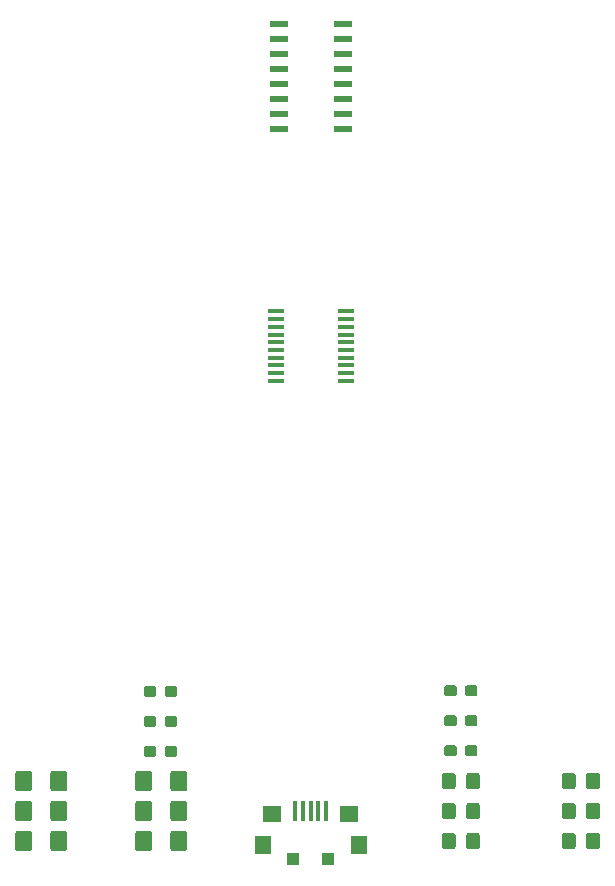
<source format=gtp>
G04 #@! TF.GenerationSoftware,KiCad,Pcbnew,(5.1.0)-1*
G04 #@! TF.CreationDate,2020-08-15T17:28:16-05:00*
G04 #@! TF.ProjectId,AltbierProto,416c7462-6965-4725-9072-6f746f2e6b69,rev?*
G04 #@! TF.SameCoordinates,Original*
G04 #@! TF.FileFunction,Paste,Top*
G04 #@! TF.FilePolarity,Positive*
%FSLAX46Y46*%
G04 Gerber Fmt 4.6, Leading zero omitted, Abs format (unit mm)*
G04 Created by KiCad (PCBNEW (5.1.0)-1) date 2020-08-15 17:28:16*
%MOMM*%
%LPD*%
G04 APERTURE LIST*
%ADD10C,0.100000*%
%ADD11C,1.425000*%
%ADD12C,1.150000*%
%ADD13C,0.950000*%
%ADD14R,1.500000X0.600000*%
%ADD15R,1.450000X0.400000*%
%ADD16R,1.500000X1.400000*%
%ADD17R,0.400000X1.800000*%
%ADD18R,1.350000X1.500000*%
%ADD19R,1.100000X1.000000*%
G04 APERTURE END LIST*
D10*
G36*
X130444504Y-123026204D02*
G01*
X130468773Y-123029804D01*
X130492571Y-123035765D01*
X130515671Y-123044030D01*
X130537849Y-123054520D01*
X130558893Y-123067133D01*
X130578598Y-123081747D01*
X130596777Y-123098223D01*
X130613253Y-123116402D01*
X130627867Y-123136107D01*
X130640480Y-123157151D01*
X130650970Y-123179329D01*
X130659235Y-123202429D01*
X130665196Y-123226227D01*
X130668796Y-123250496D01*
X130670000Y-123275000D01*
X130670000Y-124525000D01*
X130668796Y-124549504D01*
X130665196Y-124573773D01*
X130659235Y-124597571D01*
X130650970Y-124620671D01*
X130640480Y-124642849D01*
X130627867Y-124663893D01*
X130613253Y-124683598D01*
X130596777Y-124701777D01*
X130578598Y-124718253D01*
X130558893Y-124732867D01*
X130537849Y-124745480D01*
X130515671Y-124755970D01*
X130492571Y-124764235D01*
X130468773Y-124770196D01*
X130444504Y-124773796D01*
X130420000Y-124775000D01*
X129495000Y-124775000D01*
X129470496Y-124773796D01*
X129446227Y-124770196D01*
X129422429Y-124764235D01*
X129399329Y-124755970D01*
X129377151Y-124745480D01*
X129356107Y-124732867D01*
X129336402Y-124718253D01*
X129318223Y-124701777D01*
X129301747Y-124683598D01*
X129287133Y-124663893D01*
X129274520Y-124642849D01*
X129264030Y-124620671D01*
X129255765Y-124597571D01*
X129249804Y-124573773D01*
X129246204Y-124549504D01*
X129245000Y-124525000D01*
X129245000Y-123275000D01*
X129246204Y-123250496D01*
X129249804Y-123226227D01*
X129255765Y-123202429D01*
X129264030Y-123179329D01*
X129274520Y-123157151D01*
X129287133Y-123136107D01*
X129301747Y-123116402D01*
X129318223Y-123098223D01*
X129336402Y-123081747D01*
X129356107Y-123067133D01*
X129377151Y-123054520D01*
X129399329Y-123044030D01*
X129422429Y-123035765D01*
X129446227Y-123029804D01*
X129470496Y-123026204D01*
X129495000Y-123025000D01*
X130420000Y-123025000D01*
X130444504Y-123026204D01*
X130444504Y-123026204D01*
G37*
D11*
X129957500Y-123900000D03*
D10*
G36*
X127469504Y-123026204D02*
G01*
X127493773Y-123029804D01*
X127517571Y-123035765D01*
X127540671Y-123044030D01*
X127562849Y-123054520D01*
X127583893Y-123067133D01*
X127603598Y-123081747D01*
X127621777Y-123098223D01*
X127638253Y-123116402D01*
X127652867Y-123136107D01*
X127665480Y-123157151D01*
X127675970Y-123179329D01*
X127684235Y-123202429D01*
X127690196Y-123226227D01*
X127693796Y-123250496D01*
X127695000Y-123275000D01*
X127695000Y-124525000D01*
X127693796Y-124549504D01*
X127690196Y-124573773D01*
X127684235Y-124597571D01*
X127675970Y-124620671D01*
X127665480Y-124642849D01*
X127652867Y-124663893D01*
X127638253Y-124683598D01*
X127621777Y-124701777D01*
X127603598Y-124718253D01*
X127583893Y-124732867D01*
X127562849Y-124745480D01*
X127540671Y-124755970D01*
X127517571Y-124764235D01*
X127493773Y-124770196D01*
X127469504Y-124773796D01*
X127445000Y-124775000D01*
X126520000Y-124775000D01*
X126495496Y-124773796D01*
X126471227Y-124770196D01*
X126447429Y-124764235D01*
X126424329Y-124755970D01*
X126402151Y-124745480D01*
X126381107Y-124732867D01*
X126361402Y-124718253D01*
X126343223Y-124701777D01*
X126326747Y-124683598D01*
X126312133Y-124663893D01*
X126299520Y-124642849D01*
X126289030Y-124620671D01*
X126280765Y-124597571D01*
X126274804Y-124573773D01*
X126271204Y-124549504D01*
X126270000Y-124525000D01*
X126270000Y-123275000D01*
X126271204Y-123250496D01*
X126274804Y-123226227D01*
X126280765Y-123202429D01*
X126289030Y-123179329D01*
X126299520Y-123157151D01*
X126312133Y-123136107D01*
X126326747Y-123116402D01*
X126343223Y-123098223D01*
X126361402Y-123081747D01*
X126381107Y-123067133D01*
X126402151Y-123054520D01*
X126424329Y-123044030D01*
X126447429Y-123035765D01*
X126471227Y-123029804D01*
X126495496Y-123026204D01*
X126520000Y-123025000D01*
X127445000Y-123025000D01*
X127469504Y-123026204D01*
X127469504Y-123026204D01*
G37*
D11*
X126982500Y-123900000D03*
D10*
G36*
X130444504Y-125556204D02*
G01*
X130468773Y-125559804D01*
X130492571Y-125565765D01*
X130515671Y-125574030D01*
X130537849Y-125584520D01*
X130558893Y-125597133D01*
X130578598Y-125611747D01*
X130596777Y-125628223D01*
X130613253Y-125646402D01*
X130627867Y-125666107D01*
X130640480Y-125687151D01*
X130650970Y-125709329D01*
X130659235Y-125732429D01*
X130665196Y-125756227D01*
X130668796Y-125780496D01*
X130670000Y-125805000D01*
X130670000Y-127055000D01*
X130668796Y-127079504D01*
X130665196Y-127103773D01*
X130659235Y-127127571D01*
X130650970Y-127150671D01*
X130640480Y-127172849D01*
X130627867Y-127193893D01*
X130613253Y-127213598D01*
X130596777Y-127231777D01*
X130578598Y-127248253D01*
X130558893Y-127262867D01*
X130537849Y-127275480D01*
X130515671Y-127285970D01*
X130492571Y-127294235D01*
X130468773Y-127300196D01*
X130444504Y-127303796D01*
X130420000Y-127305000D01*
X129495000Y-127305000D01*
X129470496Y-127303796D01*
X129446227Y-127300196D01*
X129422429Y-127294235D01*
X129399329Y-127285970D01*
X129377151Y-127275480D01*
X129356107Y-127262867D01*
X129336402Y-127248253D01*
X129318223Y-127231777D01*
X129301747Y-127213598D01*
X129287133Y-127193893D01*
X129274520Y-127172849D01*
X129264030Y-127150671D01*
X129255765Y-127127571D01*
X129249804Y-127103773D01*
X129246204Y-127079504D01*
X129245000Y-127055000D01*
X129245000Y-125805000D01*
X129246204Y-125780496D01*
X129249804Y-125756227D01*
X129255765Y-125732429D01*
X129264030Y-125709329D01*
X129274520Y-125687151D01*
X129287133Y-125666107D01*
X129301747Y-125646402D01*
X129318223Y-125628223D01*
X129336402Y-125611747D01*
X129356107Y-125597133D01*
X129377151Y-125584520D01*
X129399329Y-125574030D01*
X129422429Y-125565765D01*
X129446227Y-125559804D01*
X129470496Y-125556204D01*
X129495000Y-125555000D01*
X130420000Y-125555000D01*
X130444504Y-125556204D01*
X130444504Y-125556204D01*
G37*
D11*
X129957500Y-126430000D03*
D10*
G36*
X127469504Y-125556204D02*
G01*
X127493773Y-125559804D01*
X127517571Y-125565765D01*
X127540671Y-125574030D01*
X127562849Y-125584520D01*
X127583893Y-125597133D01*
X127603598Y-125611747D01*
X127621777Y-125628223D01*
X127638253Y-125646402D01*
X127652867Y-125666107D01*
X127665480Y-125687151D01*
X127675970Y-125709329D01*
X127684235Y-125732429D01*
X127690196Y-125756227D01*
X127693796Y-125780496D01*
X127695000Y-125805000D01*
X127695000Y-127055000D01*
X127693796Y-127079504D01*
X127690196Y-127103773D01*
X127684235Y-127127571D01*
X127675970Y-127150671D01*
X127665480Y-127172849D01*
X127652867Y-127193893D01*
X127638253Y-127213598D01*
X127621777Y-127231777D01*
X127603598Y-127248253D01*
X127583893Y-127262867D01*
X127562849Y-127275480D01*
X127540671Y-127285970D01*
X127517571Y-127294235D01*
X127493773Y-127300196D01*
X127469504Y-127303796D01*
X127445000Y-127305000D01*
X126520000Y-127305000D01*
X126495496Y-127303796D01*
X126471227Y-127300196D01*
X126447429Y-127294235D01*
X126424329Y-127285970D01*
X126402151Y-127275480D01*
X126381107Y-127262867D01*
X126361402Y-127248253D01*
X126343223Y-127231777D01*
X126326747Y-127213598D01*
X126312133Y-127193893D01*
X126299520Y-127172849D01*
X126289030Y-127150671D01*
X126280765Y-127127571D01*
X126274804Y-127103773D01*
X126271204Y-127079504D01*
X126270000Y-127055000D01*
X126270000Y-125805000D01*
X126271204Y-125780496D01*
X126274804Y-125756227D01*
X126280765Y-125732429D01*
X126289030Y-125709329D01*
X126299520Y-125687151D01*
X126312133Y-125666107D01*
X126326747Y-125646402D01*
X126343223Y-125628223D01*
X126361402Y-125611747D01*
X126381107Y-125597133D01*
X126402151Y-125584520D01*
X126424329Y-125574030D01*
X126447429Y-125565765D01*
X126471227Y-125559804D01*
X126495496Y-125556204D01*
X126520000Y-125555000D01*
X127445000Y-125555000D01*
X127469504Y-125556204D01*
X127469504Y-125556204D01*
G37*
D11*
X126982500Y-126430000D03*
D10*
G36*
X130444504Y-128096204D02*
G01*
X130468773Y-128099804D01*
X130492571Y-128105765D01*
X130515671Y-128114030D01*
X130537849Y-128124520D01*
X130558893Y-128137133D01*
X130578598Y-128151747D01*
X130596777Y-128168223D01*
X130613253Y-128186402D01*
X130627867Y-128206107D01*
X130640480Y-128227151D01*
X130650970Y-128249329D01*
X130659235Y-128272429D01*
X130665196Y-128296227D01*
X130668796Y-128320496D01*
X130670000Y-128345000D01*
X130670000Y-129595000D01*
X130668796Y-129619504D01*
X130665196Y-129643773D01*
X130659235Y-129667571D01*
X130650970Y-129690671D01*
X130640480Y-129712849D01*
X130627867Y-129733893D01*
X130613253Y-129753598D01*
X130596777Y-129771777D01*
X130578598Y-129788253D01*
X130558893Y-129802867D01*
X130537849Y-129815480D01*
X130515671Y-129825970D01*
X130492571Y-129834235D01*
X130468773Y-129840196D01*
X130444504Y-129843796D01*
X130420000Y-129845000D01*
X129495000Y-129845000D01*
X129470496Y-129843796D01*
X129446227Y-129840196D01*
X129422429Y-129834235D01*
X129399329Y-129825970D01*
X129377151Y-129815480D01*
X129356107Y-129802867D01*
X129336402Y-129788253D01*
X129318223Y-129771777D01*
X129301747Y-129753598D01*
X129287133Y-129733893D01*
X129274520Y-129712849D01*
X129264030Y-129690671D01*
X129255765Y-129667571D01*
X129249804Y-129643773D01*
X129246204Y-129619504D01*
X129245000Y-129595000D01*
X129245000Y-128345000D01*
X129246204Y-128320496D01*
X129249804Y-128296227D01*
X129255765Y-128272429D01*
X129264030Y-128249329D01*
X129274520Y-128227151D01*
X129287133Y-128206107D01*
X129301747Y-128186402D01*
X129318223Y-128168223D01*
X129336402Y-128151747D01*
X129356107Y-128137133D01*
X129377151Y-128124520D01*
X129399329Y-128114030D01*
X129422429Y-128105765D01*
X129446227Y-128099804D01*
X129470496Y-128096204D01*
X129495000Y-128095000D01*
X130420000Y-128095000D01*
X130444504Y-128096204D01*
X130444504Y-128096204D01*
G37*
D11*
X129957500Y-128970000D03*
D10*
G36*
X127469504Y-128096204D02*
G01*
X127493773Y-128099804D01*
X127517571Y-128105765D01*
X127540671Y-128114030D01*
X127562849Y-128124520D01*
X127583893Y-128137133D01*
X127603598Y-128151747D01*
X127621777Y-128168223D01*
X127638253Y-128186402D01*
X127652867Y-128206107D01*
X127665480Y-128227151D01*
X127675970Y-128249329D01*
X127684235Y-128272429D01*
X127690196Y-128296227D01*
X127693796Y-128320496D01*
X127695000Y-128345000D01*
X127695000Y-129595000D01*
X127693796Y-129619504D01*
X127690196Y-129643773D01*
X127684235Y-129667571D01*
X127675970Y-129690671D01*
X127665480Y-129712849D01*
X127652867Y-129733893D01*
X127638253Y-129753598D01*
X127621777Y-129771777D01*
X127603598Y-129788253D01*
X127583893Y-129802867D01*
X127562849Y-129815480D01*
X127540671Y-129825970D01*
X127517571Y-129834235D01*
X127493773Y-129840196D01*
X127469504Y-129843796D01*
X127445000Y-129845000D01*
X126520000Y-129845000D01*
X126495496Y-129843796D01*
X126471227Y-129840196D01*
X126447429Y-129834235D01*
X126424329Y-129825970D01*
X126402151Y-129815480D01*
X126381107Y-129802867D01*
X126361402Y-129788253D01*
X126343223Y-129771777D01*
X126326747Y-129753598D01*
X126312133Y-129733893D01*
X126299520Y-129712849D01*
X126289030Y-129690671D01*
X126280765Y-129667571D01*
X126274804Y-129643773D01*
X126271204Y-129619504D01*
X126270000Y-129595000D01*
X126270000Y-128345000D01*
X126271204Y-128320496D01*
X126274804Y-128296227D01*
X126280765Y-128272429D01*
X126289030Y-128249329D01*
X126299520Y-128227151D01*
X126312133Y-128206107D01*
X126326747Y-128186402D01*
X126343223Y-128168223D01*
X126361402Y-128151747D01*
X126381107Y-128137133D01*
X126402151Y-128124520D01*
X126424329Y-128114030D01*
X126447429Y-128105765D01*
X126471227Y-128099804D01*
X126495496Y-128096204D01*
X126520000Y-128095000D01*
X127445000Y-128095000D01*
X127469504Y-128096204D01*
X127469504Y-128096204D01*
G37*
D11*
X126982500Y-128970000D03*
D10*
G36*
X120284504Y-128096204D02*
G01*
X120308773Y-128099804D01*
X120332571Y-128105765D01*
X120355671Y-128114030D01*
X120377849Y-128124520D01*
X120398893Y-128137133D01*
X120418598Y-128151747D01*
X120436777Y-128168223D01*
X120453253Y-128186402D01*
X120467867Y-128206107D01*
X120480480Y-128227151D01*
X120490970Y-128249329D01*
X120499235Y-128272429D01*
X120505196Y-128296227D01*
X120508796Y-128320496D01*
X120510000Y-128345000D01*
X120510000Y-129595000D01*
X120508796Y-129619504D01*
X120505196Y-129643773D01*
X120499235Y-129667571D01*
X120490970Y-129690671D01*
X120480480Y-129712849D01*
X120467867Y-129733893D01*
X120453253Y-129753598D01*
X120436777Y-129771777D01*
X120418598Y-129788253D01*
X120398893Y-129802867D01*
X120377849Y-129815480D01*
X120355671Y-129825970D01*
X120332571Y-129834235D01*
X120308773Y-129840196D01*
X120284504Y-129843796D01*
X120260000Y-129845000D01*
X119335000Y-129845000D01*
X119310496Y-129843796D01*
X119286227Y-129840196D01*
X119262429Y-129834235D01*
X119239329Y-129825970D01*
X119217151Y-129815480D01*
X119196107Y-129802867D01*
X119176402Y-129788253D01*
X119158223Y-129771777D01*
X119141747Y-129753598D01*
X119127133Y-129733893D01*
X119114520Y-129712849D01*
X119104030Y-129690671D01*
X119095765Y-129667571D01*
X119089804Y-129643773D01*
X119086204Y-129619504D01*
X119085000Y-129595000D01*
X119085000Y-128345000D01*
X119086204Y-128320496D01*
X119089804Y-128296227D01*
X119095765Y-128272429D01*
X119104030Y-128249329D01*
X119114520Y-128227151D01*
X119127133Y-128206107D01*
X119141747Y-128186402D01*
X119158223Y-128168223D01*
X119176402Y-128151747D01*
X119196107Y-128137133D01*
X119217151Y-128124520D01*
X119239329Y-128114030D01*
X119262429Y-128105765D01*
X119286227Y-128099804D01*
X119310496Y-128096204D01*
X119335000Y-128095000D01*
X120260000Y-128095000D01*
X120284504Y-128096204D01*
X120284504Y-128096204D01*
G37*
D11*
X119797500Y-128970000D03*
D10*
G36*
X117309504Y-128096204D02*
G01*
X117333773Y-128099804D01*
X117357571Y-128105765D01*
X117380671Y-128114030D01*
X117402849Y-128124520D01*
X117423893Y-128137133D01*
X117443598Y-128151747D01*
X117461777Y-128168223D01*
X117478253Y-128186402D01*
X117492867Y-128206107D01*
X117505480Y-128227151D01*
X117515970Y-128249329D01*
X117524235Y-128272429D01*
X117530196Y-128296227D01*
X117533796Y-128320496D01*
X117535000Y-128345000D01*
X117535000Y-129595000D01*
X117533796Y-129619504D01*
X117530196Y-129643773D01*
X117524235Y-129667571D01*
X117515970Y-129690671D01*
X117505480Y-129712849D01*
X117492867Y-129733893D01*
X117478253Y-129753598D01*
X117461777Y-129771777D01*
X117443598Y-129788253D01*
X117423893Y-129802867D01*
X117402849Y-129815480D01*
X117380671Y-129825970D01*
X117357571Y-129834235D01*
X117333773Y-129840196D01*
X117309504Y-129843796D01*
X117285000Y-129845000D01*
X116360000Y-129845000D01*
X116335496Y-129843796D01*
X116311227Y-129840196D01*
X116287429Y-129834235D01*
X116264329Y-129825970D01*
X116242151Y-129815480D01*
X116221107Y-129802867D01*
X116201402Y-129788253D01*
X116183223Y-129771777D01*
X116166747Y-129753598D01*
X116152133Y-129733893D01*
X116139520Y-129712849D01*
X116129030Y-129690671D01*
X116120765Y-129667571D01*
X116114804Y-129643773D01*
X116111204Y-129619504D01*
X116110000Y-129595000D01*
X116110000Y-128345000D01*
X116111204Y-128320496D01*
X116114804Y-128296227D01*
X116120765Y-128272429D01*
X116129030Y-128249329D01*
X116139520Y-128227151D01*
X116152133Y-128206107D01*
X116166747Y-128186402D01*
X116183223Y-128168223D01*
X116201402Y-128151747D01*
X116221107Y-128137133D01*
X116242151Y-128124520D01*
X116264329Y-128114030D01*
X116287429Y-128105765D01*
X116311227Y-128099804D01*
X116335496Y-128096204D01*
X116360000Y-128095000D01*
X117285000Y-128095000D01*
X117309504Y-128096204D01*
X117309504Y-128096204D01*
G37*
D11*
X116822500Y-128970000D03*
D10*
G36*
X120284504Y-125556204D02*
G01*
X120308773Y-125559804D01*
X120332571Y-125565765D01*
X120355671Y-125574030D01*
X120377849Y-125584520D01*
X120398893Y-125597133D01*
X120418598Y-125611747D01*
X120436777Y-125628223D01*
X120453253Y-125646402D01*
X120467867Y-125666107D01*
X120480480Y-125687151D01*
X120490970Y-125709329D01*
X120499235Y-125732429D01*
X120505196Y-125756227D01*
X120508796Y-125780496D01*
X120510000Y-125805000D01*
X120510000Y-127055000D01*
X120508796Y-127079504D01*
X120505196Y-127103773D01*
X120499235Y-127127571D01*
X120490970Y-127150671D01*
X120480480Y-127172849D01*
X120467867Y-127193893D01*
X120453253Y-127213598D01*
X120436777Y-127231777D01*
X120418598Y-127248253D01*
X120398893Y-127262867D01*
X120377849Y-127275480D01*
X120355671Y-127285970D01*
X120332571Y-127294235D01*
X120308773Y-127300196D01*
X120284504Y-127303796D01*
X120260000Y-127305000D01*
X119335000Y-127305000D01*
X119310496Y-127303796D01*
X119286227Y-127300196D01*
X119262429Y-127294235D01*
X119239329Y-127285970D01*
X119217151Y-127275480D01*
X119196107Y-127262867D01*
X119176402Y-127248253D01*
X119158223Y-127231777D01*
X119141747Y-127213598D01*
X119127133Y-127193893D01*
X119114520Y-127172849D01*
X119104030Y-127150671D01*
X119095765Y-127127571D01*
X119089804Y-127103773D01*
X119086204Y-127079504D01*
X119085000Y-127055000D01*
X119085000Y-125805000D01*
X119086204Y-125780496D01*
X119089804Y-125756227D01*
X119095765Y-125732429D01*
X119104030Y-125709329D01*
X119114520Y-125687151D01*
X119127133Y-125666107D01*
X119141747Y-125646402D01*
X119158223Y-125628223D01*
X119176402Y-125611747D01*
X119196107Y-125597133D01*
X119217151Y-125584520D01*
X119239329Y-125574030D01*
X119262429Y-125565765D01*
X119286227Y-125559804D01*
X119310496Y-125556204D01*
X119335000Y-125555000D01*
X120260000Y-125555000D01*
X120284504Y-125556204D01*
X120284504Y-125556204D01*
G37*
D11*
X119797500Y-126430000D03*
D10*
G36*
X117309504Y-125556204D02*
G01*
X117333773Y-125559804D01*
X117357571Y-125565765D01*
X117380671Y-125574030D01*
X117402849Y-125584520D01*
X117423893Y-125597133D01*
X117443598Y-125611747D01*
X117461777Y-125628223D01*
X117478253Y-125646402D01*
X117492867Y-125666107D01*
X117505480Y-125687151D01*
X117515970Y-125709329D01*
X117524235Y-125732429D01*
X117530196Y-125756227D01*
X117533796Y-125780496D01*
X117535000Y-125805000D01*
X117535000Y-127055000D01*
X117533796Y-127079504D01*
X117530196Y-127103773D01*
X117524235Y-127127571D01*
X117515970Y-127150671D01*
X117505480Y-127172849D01*
X117492867Y-127193893D01*
X117478253Y-127213598D01*
X117461777Y-127231777D01*
X117443598Y-127248253D01*
X117423893Y-127262867D01*
X117402849Y-127275480D01*
X117380671Y-127285970D01*
X117357571Y-127294235D01*
X117333773Y-127300196D01*
X117309504Y-127303796D01*
X117285000Y-127305000D01*
X116360000Y-127305000D01*
X116335496Y-127303796D01*
X116311227Y-127300196D01*
X116287429Y-127294235D01*
X116264329Y-127285970D01*
X116242151Y-127275480D01*
X116221107Y-127262867D01*
X116201402Y-127248253D01*
X116183223Y-127231777D01*
X116166747Y-127213598D01*
X116152133Y-127193893D01*
X116139520Y-127172849D01*
X116129030Y-127150671D01*
X116120765Y-127127571D01*
X116114804Y-127103773D01*
X116111204Y-127079504D01*
X116110000Y-127055000D01*
X116110000Y-125805000D01*
X116111204Y-125780496D01*
X116114804Y-125756227D01*
X116120765Y-125732429D01*
X116129030Y-125709329D01*
X116139520Y-125687151D01*
X116152133Y-125666107D01*
X116166747Y-125646402D01*
X116183223Y-125628223D01*
X116201402Y-125611747D01*
X116221107Y-125597133D01*
X116242151Y-125584520D01*
X116264329Y-125574030D01*
X116287429Y-125565765D01*
X116311227Y-125559804D01*
X116335496Y-125556204D01*
X116360000Y-125555000D01*
X117285000Y-125555000D01*
X117309504Y-125556204D01*
X117309504Y-125556204D01*
G37*
D11*
X116822500Y-126430000D03*
D10*
G36*
X120284504Y-123026204D02*
G01*
X120308773Y-123029804D01*
X120332571Y-123035765D01*
X120355671Y-123044030D01*
X120377849Y-123054520D01*
X120398893Y-123067133D01*
X120418598Y-123081747D01*
X120436777Y-123098223D01*
X120453253Y-123116402D01*
X120467867Y-123136107D01*
X120480480Y-123157151D01*
X120490970Y-123179329D01*
X120499235Y-123202429D01*
X120505196Y-123226227D01*
X120508796Y-123250496D01*
X120510000Y-123275000D01*
X120510000Y-124525000D01*
X120508796Y-124549504D01*
X120505196Y-124573773D01*
X120499235Y-124597571D01*
X120490970Y-124620671D01*
X120480480Y-124642849D01*
X120467867Y-124663893D01*
X120453253Y-124683598D01*
X120436777Y-124701777D01*
X120418598Y-124718253D01*
X120398893Y-124732867D01*
X120377849Y-124745480D01*
X120355671Y-124755970D01*
X120332571Y-124764235D01*
X120308773Y-124770196D01*
X120284504Y-124773796D01*
X120260000Y-124775000D01*
X119335000Y-124775000D01*
X119310496Y-124773796D01*
X119286227Y-124770196D01*
X119262429Y-124764235D01*
X119239329Y-124755970D01*
X119217151Y-124745480D01*
X119196107Y-124732867D01*
X119176402Y-124718253D01*
X119158223Y-124701777D01*
X119141747Y-124683598D01*
X119127133Y-124663893D01*
X119114520Y-124642849D01*
X119104030Y-124620671D01*
X119095765Y-124597571D01*
X119089804Y-124573773D01*
X119086204Y-124549504D01*
X119085000Y-124525000D01*
X119085000Y-123275000D01*
X119086204Y-123250496D01*
X119089804Y-123226227D01*
X119095765Y-123202429D01*
X119104030Y-123179329D01*
X119114520Y-123157151D01*
X119127133Y-123136107D01*
X119141747Y-123116402D01*
X119158223Y-123098223D01*
X119176402Y-123081747D01*
X119196107Y-123067133D01*
X119217151Y-123054520D01*
X119239329Y-123044030D01*
X119262429Y-123035765D01*
X119286227Y-123029804D01*
X119310496Y-123026204D01*
X119335000Y-123025000D01*
X120260000Y-123025000D01*
X120284504Y-123026204D01*
X120284504Y-123026204D01*
G37*
D11*
X119797500Y-123900000D03*
D10*
G36*
X117309504Y-123026204D02*
G01*
X117333773Y-123029804D01*
X117357571Y-123035765D01*
X117380671Y-123044030D01*
X117402849Y-123054520D01*
X117423893Y-123067133D01*
X117443598Y-123081747D01*
X117461777Y-123098223D01*
X117478253Y-123116402D01*
X117492867Y-123136107D01*
X117505480Y-123157151D01*
X117515970Y-123179329D01*
X117524235Y-123202429D01*
X117530196Y-123226227D01*
X117533796Y-123250496D01*
X117535000Y-123275000D01*
X117535000Y-124525000D01*
X117533796Y-124549504D01*
X117530196Y-124573773D01*
X117524235Y-124597571D01*
X117515970Y-124620671D01*
X117505480Y-124642849D01*
X117492867Y-124663893D01*
X117478253Y-124683598D01*
X117461777Y-124701777D01*
X117443598Y-124718253D01*
X117423893Y-124732867D01*
X117402849Y-124745480D01*
X117380671Y-124755970D01*
X117357571Y-124764235D01*
X117333773Y-124770196D01*
X117309504Y-124773796D01*
X117285000Y-124775000D01*
X116360000Y-124775000D01*
X116335496Y-124773796D01*
X116311227Y-124770196D01*
X116287429Y-124764235D01*
X116264329Y-124755970D01*
X116242151Y-124745480D01*
X116221107Y-124732867D01*
X116201402Y-124718253D01*
X116183223Y-124701777D01*
X116166747Y-124683598D01*
X116152133Y-124663893D01*
X116139520Y-124642849D01*
X116129030Y-124620671D01*
X116120765Y-124597571D01*
X116114804Y-124573773D01*
X116111204Y-124549504D01*
X116110000Y-124525000D01*
X116110000Y-123275000D01*
X116111204Y-123250496D01*
X116114804Y-123226227D01*
X116120765Y-123202429D01*
X116129030Y-123179329D01*
X116139520Y-123157151D01*
X116152133Y-123136107D01*
X116166747Y-123116402D01*
X116183223Y-123098223D01*
X116201402Y-123081747D01*
X116221107Y-123067133D01*
X116242151Y-123054520D01*
X116264329Y-123044030D01*
X116287429Y-123035765D01*
X116311227Y-123029804D01*
X116335496Y-123026204D01*
X116360000Y-123025000D01*
X117285000Y-123025000D01*
X117309504Y-123026204D01*
X117309504Y-123026204D01*
G37*
D11*
X116822500Y-123900000D03*
D10*
G36*
X153164505Y-123191204D02*
G01*
X153188773Y-123194804D01*
X153212572Y-123200765D01*
X153235671Y-123209030D01*
X153257850Y-123219520D01*
X153278893Y-123232132D01*
X153298599Y-123246747D01*
X153316777Y-123263223D01*
X153333253Y-123281401D01*
X153347868Y-123301107D01*
X153360480Y-123322150D01*
X153370970Y-123344329D01*
X153379235Y-123367428D01*
X153385196Y-123391227D01*
X153388796Y-123415495D01*
X153390000Y-123439999D01*
X153390000Y-124340001D01*
X153388796Y-124364505D01*
X153385196Y-124388773D01*
X153379235Y-124412572D01*
X153370970Y-124435671D01*
X153360480Y-124457850D01*
X153347868Y-124478893D01*
X153333253Y-124498599D01*
X153316777Y-124516777D01*
X153298599Y-124533253D01*
X153278893Y-124547868D01*
X153257850Y-124560480D01*
X153235671Y-124570970D01*
X153212572Y-124579235D01*
X153188773Y-124585196D01*
X153164505Y-124588796D01*
X153140001Y-124590000D01*
X152489999Y-124590000D01*
X152465495Y-124588796D01*
X152441227Y-124585196D01*
X152417428Y-124579235D01*
X152394329Y-124570970D01*
X152372150Y-124560480D01*
X152351107Y-124547868D01*
X152331401Y-124533253D01*
X152313223Y-124516777D01*
X152296747Y-124498599D01*
X152282132Y-124478893D01*
X152269520Y-124457850D01*
X152259030Y-124435671D01*
X152250765Y-124412572D01*
X152244804Y-124388773D01*
X152241204Y-124364505D01*
X152240000Y-124340001D01*
X152240000Y-123439999D01*
X152241204Y-123415495D01*
X152244804Y-123391227D01*
X152250765Y-123367428D01*
X152259030Y-123344329D01*
X152269520Y-123322150D01*
X152282132Y-123301107D01*
X152296747Y-123281401D01*
X152313223Y-123263223D01*
X152331401Y-123246747D01*
X152351107Y-123232132D01*
X152372150Y-123219520D01*
X152394329Y-123209030D01*
X152417428Y-123200765D01*
X152441227Y-123194804D01*
X152465495Y-123191204D01*
X152489999Y-123190000D01*
X153140001Y-123190000D01*
X153164505Y-123191204D01*
X153164505Y-123191204D01*
G37*
D12*
X152815000Y-123890000D03*
D10*
G36*
X155214505Y-123191204D02*
G01*
X155238773Y-123194804D01*
X155262572Y-123200765D01*
X155285671Y-123209030D01*
X155307850Y-123219520D01*
X155328893Y-123232132D01*
X155348599Y-123246747D01*
X155366777Y-123263223D01*
X155383253Y-123281401D01*
X155397868Y-123301107D01*
X155410480Y-123322150D01*
X155420970Y-123344329D01*
X155429235Y-123367428D01*
X155435196Y-123391227D01*
X155438796Y-123415495D01*
X155440000Y-123439999D01*
X155440000Y-124340001D01*
X155438796Y-124364505D01*
X155435196Y-124388773D01*
X155429235Y-124412572D01*
X155420970Y-124435671D01*
X155410480Y-124457850D01*
X155397868Y-124478893D01*
X155383253Y-124498599D01*
X155366777Y-124516777D01*
X155348599Y-124533253D01*
X155328893Y-124547868D01*
X155307850Y-124560480D01*
X155285671Y-124570970D01*
X155262572Y-124579235D01*
X155238773Y-124585196D01*
X155214505Y-124588796D01*
X155190001Y-124590000D01*
X154539999Y-124590000D01*
X154515495Y-124588796D01*
X154491227Y-124585196D01*
X154467428Y-124579235D01*
X154444329Y-124570970D01*
X154422150Y-124560480D01*
X154401107Y-124547868D01*
X154381401Y-124533253D01*
X154363223Y-124516777D01*
X154346747Y-124498599D01*
X154332132Y-124478893D01*
X154319520Y-124457850D01*
X154309030Y-124435671D01*
X154300765Y-124412572D01*
X154294804Y-124388773D01*
X154291204Y-124364505D01*
X154290000Y-124340001D01*
X154290000Y-123439999D01*
X154291204Y-123415495D01*
X154294804Y-123391227D01*
X154300765Y-123367428D01*
X154309030Y-123344329D01*
X154319520Y-123322150D01*
X154332132Y-123301107D01*
X154346747Y-123281401D01*
X154363223Y-123263223D01*
X154381401Y-123246747D01*
X154401107Y-123232132D01*
X154422150Y-123219520D01*
X154444329Y-123209030D01*
X154467428Y-123200765D01*
X154491227Y-123194804D01*
X154515495Y-123191204D01*
X154539999Y-123190000D01*
X155190001Y-123190000D01*
X155214505Y-123191204D01*
X155214505Y-123191204D01*
G37*
D12*
X154865000Y-123890000D03*
D10*
G36*
X153164505Y-125731204D02*
G01*
X153188773Y-125734804D01*
X153212572Y-125740765D01*
X153235671Y-125749030D01*
X153257850Y-125759520D01*
X153278893Y-125772132D01*
X153298599Y-125786747D01*
X153316777Y-125803223D01*
X153333253Y-125821401D01*
X153347868Y-125841107D01*
X153360480Y-125862150D01*
X153370970Y-125884329D01*
X153379235Y-125907428D01*
X153385196Y-125931227D01*
X153388796Y-125955495D01*
X153390000Y-125979999D01*
X153390000Y-126880001D01*
X153388796Y-126904505D01*
X153385196Y-126928773D01*
X153379235Y-126952572D01*
X153370970Y-126975671D01*
X153360480Y-126997850D01*
X153347868Y-127018893D01*
X153333253Y-127038599D01*
X153316777Y-127056777D01*
X153298599Y-127073253D01*
X153278893Y-127087868D01*
X153257850Y-127100480D01*
X153235671Y-127110970D01*
X153212572Y-127119235D01*
X153188773Y-127125196D01*
X153164505Y-127128796D01*
X153140001Y-127130000D01*
X152489999Y-127130000D01*
X152465495Y-127128796D01*
X152441227Y-127125196D01*
X152417428Y-127119235D01*
X152394329Y-127110970D01*
X152372150Y-127100480D01*
X152351107Y-127087868D01*
X152331401Y-127073253D01*
X152313223Y-127056777D01*
X152296747Y-127038599D01*
X152282132Y-127018893D01*
X152269520Y-126997850D01*
X152259030Y-126975671D01*
X152250765Y-126952572D01*
X152244804Y-126928773D01*
X152241204Y-126904505D01*
X152240000Y-126880001D01*
X152240000Y-125979999D01*
X152241204Y-125955495D01*
X152244804Y-125931227D01*
X152250765Y-125907428D01*
X152259030Y-125884329D01*
X152269520Y-125862150D01*
X152282132Y-125841107D01*
X152296747Y-125821401D01*
X152313223Y-125803223D01*
X152331401Y-125786747D01*
X152351107Y-125772132D01*
X152372150Y-125759520D01*
X152394329Y-125749030D01*
X152417428Y-125740765D01*
X152441227Y-125734804D01*
X152465495Y-125731204D01*
X152489999Y-125730000D01*
X153140001Y-125730000D01*
X153164505Y-125731204D01*
X153164505Y-125731204D01*
G37*
D12*
X152815000Y-126430000D03*
D10*
G36*
X155214505Y-125731204D02*
G01*
X155238773Y-125734804D01*
X155262572Y-125740765D01*
X155285671Y-125749030D01*
X155307850Y-125759520D01*
X155328893Y-125772132D01*
X155348599Y-125786747D01*
X155366777Y-125803223D01*
X155383253Y-125821401D01*
X155397868Y-125841107D01*
X155410480Y-125862150D01*
X155420970Y-125884329D01*
X155429235Y-125907428D01*
X155435196Y-125931227D01*
X155438796Y-125955495D01*
X155440000Y-125979999D01*
X155440000Y-126880001D01*
X155438796Y-126904505D01*
X155435196Y-126928773D01*
X155429235Y-126952572D01*
X155420970Y-126975671D01*
X155410480Y-126997850D01*
X155397868Y-127018893D01*
X155383253Y-127038599D01*
X155366777Y-127056777D01*
X155348599Y-127073253D01*
X155328893Y-127087868D01*
X155307850Y-127100480D01*
X155285671Y-127110970D01*
X155262572Y-127119235D01*
X155238773Y-127125196D01*
X155214505Y-127128796D01*
X155190001Y-127130000D01*
X154539999Y-127130000D01*
X154515495Y-127128796D01*
X154491227Y-127125196D01*
X154467428Y-127119235D01*
X154444329Y-127110970D01*
X154422150Y-127100480D01*
X154401107Y-127087868D01*
X154381401Y-127073253D01*
X154363223Y-127056777D01*
X154346747Y-127038599D01*
X154332132Y-127018893D01*
X154319520Y-126997850D01*
X154309030Y-126975671D01*
X154300765Y-126952572D01*
X154294804Y-126928773D01*
X154291204Y-126904505D01*
X154290000Y-126880001D01*
X154290000Y-125979999D01*
X154291204Y-125955495D01*
X154294804Y-125931227D01*
X154300765Y-125907428D01*
X154309030Y-125884329D01*
X154319520Y-125862150D01*
X154332132Y-125841107D01*
X154346747Y-125821401D01*
X154363223Y-125803223D01*
X154381401Y-125786747D01*
X154401107Y-125772132D01*
X154422150Y-125759520D01*
X154444329Y-125749030D01*
X154467428Y-125740765D01*
X154491227Y-125734804D01*
X154515495Y-125731204D01*
X154539999Y-125730000D01*
X155190001Y-125730000D01*
X155214505Y-125731204D01*
X155214505Y-125731204D01*
G37*
D12*
X154865000Y-126430000D03*
D10*
G36*
X153164505Y-128271204D02*
G01*
X153188773Y-128274804D01*
X153212572Y-128280765D01*
X153235671Y-128289030D01*
X153257850Y-128299520D01*
X153278893Y-128312132D01*
X153298599Y-128326747D01*
X153316777Y-128343223D01*
X153333253Y-128361401D01*
X153347868Y-128381107D01*
X153360480Y-128402150D01*
X153370970Y-128424329D01*
X153379235Y-128447428D01*
X153385196Y-128471227D01*
X153388796Y-128495495D01*
X153390000Y-128519999D01*
X153390000Y-129420001D01*
X153388796Y-129444505D01*
X153385196Y-129468773D01*
X153379235Y-129492572D01*
X153370970Y-129515671D01*
X153360480Y-129537850D01*
X153347868Y-129558893D01*
X153333253Y-129578599D01*
X153316777Y-129596777D01*
X153298599Y-129613253D01*
X153278893Y-129627868D01*
X153257850Y-129640480D01*
X153235671Y-129650970D01*
X153212572Y-129659235D01*
X153188773Y-129665196D01*
X153164505Y-129668796D01*
X153140001Y-129670000D01*
X152489999Y-129670000D01*
X152465495Y-129668796D01*
X152441227Y-129665196D01*
X152417428Y-129659235D01*
X152394329Y-129650970D01*
X152372150Y-129640480D01*
X152351107Y-129627868D01*
X152331401Y-129613253D01*
X152313223Y-129596777D01*
X152296747Y-129578599D01*
X152282132Y-129558893D01*
X152269520Y-129537850D01*
X152259030Y-129515671D01*
X152250765Y-129492572D01*
X152244804Y-129468773D01*
X152241204Y-129444505D01*
X152240000Y-129420001D01*
X152240000Y-128519999D01*
X152241204Y-128495495D01*
X152244804Y-128471227D01*
X152250765Y-128447428D01*
X152259030Y-128424329D01*
X152269520Y-128402150D01*
X152282132Y-128381107D01*
X152296747Y-128361401D01*
X152313223Y-128343223D01*
X152331401Y-128326747D01*
X152351107Y-128312132D01*
X152372150Y-128299520D01*
X152394329Y-128289030D01*
X152417428Y-128280765D01*
X152441227Y-128274804D01*
X152465495Y-128271204D01*
X152489999Y-128270000D01*
X153140001Y-128270000D01*
X153164505Y-128271204D01*
X153164505Y-128271204D01*
G37*
D12*
X152815000Y-128970000D03*
D10*
G36*
X155214505Y-128271204D02*
G01*
X155238773Y-128274804D01*
X155262572Y-128280765D01*
X155285671Y-128289030D01*
X155307850Y-128299520D01*
X155328893Y-128312132D01*
X155348599Y-128326747D01*
X155366777Y-128343223D01*
X155383253Y-128361401D01*
X155397868Y-128381107D01*
X155410480Y-128402150D01*
X155420970Y-128424329D01*
X155429235Y-128447428D01*
X155435196Y-128471227D01*
X155438796Y-128495495D01*
X155440000Y-128519999D01*
X155440000Y-129420001D01*
X155438796Y-129444505D01*
X155435196Y-129468773D01*
X155429235Y-129492572D01*
X155420970Y-129515671D01*
X155410480Y-129537850D01*
X155397868Y-129558893D01*
X155383253Y-129578599D01*
X155366777Y-129596777D01*
X155348599Y-129613253D01*
X155328893Y-129627868D01*
X155307850Y-129640480D01*
X155285671Y-129650970D01*
X155262572Y-129659235D01*
X155238773Y-129665196D01*
X155214505Y-129668796D01*
X155190001Y-129670000D01*
X154539999Y-129670000D01*
X154515495Y-129668796D01*
X154491227Y-129665196D01*
X154467428Y-129659235D01*
X154444329Y-129650970D01*
X154422150Y-129640480D01*
X154401107Y-129627868D01*
X154381401Y-129613253D01*
X154363223Y-129596777D01*
X154346747Y-129578599D01*
X154332132Y-129558893D01*
X154319520Y-129537850D01*
X154309030Y-129515671D01*
X154300765Y-129492572D01*
X154294804Y-129468773D01*
X154291204Y-129444505D01*
X154290000Y-129420001D01*
X154290000Y-128519999D01*
X154291204Y-128495495D01*
X154294804Y-128471227D01*
X154300765Y-128447428D01*
X154309030Y-128424329D01*
X154319520Y-128402150D01*
X154332132Y-128381107D01*
X154346747Y-128361401D01*
X154363223Y-128343223D01*
X154381401Y-128326747D01*
X154401107Y-128312132D01*
X154422150Y-128299520D01*
X154444329Y-128289030D01*
X154467428Y-128280765D01*
X154491227Y-128274804D01*
X154515495Y-128271204D01*
X154539999Y-128270000D01*
X155190001Y-128270000D01*
X155214505Y-128271204D01*
X155214505Y-128271204D01*
G37*
D12*
X154865000Y-128970000D03*
D10*
G36*
X155025779Y-115776144D02*
G01*
X155048834Y-115779563D01*
X155071443Y-115785227D01*
X155093387Y-115793079D01*
X155114457Y-115803044D01*
X155134448Y-115815026D01*
X155153168Y-115828910D01*
X155170438Y-115844562D01*
X155186090Y-115861832D01*
X155199974Y-115880552D01*
X155211956Y-115900543D01*
X155221921Y-115921613D01*
X155229773Y-115943557D01*
X155235437Y-115966166D01*
X155238856Y-115989221D01*
X155240000Y-116012500D01*
X155240000Y-116487500D01*
X155238856Y-116510779D01*
X155235437Y-116533834D01*
X155229773Y-116556443D01*
X155221921Y-116578387D01*
X155211956Y-116599457D01*
X155199974Y-116619448D01*
X155186090Y-116638168D01*
X155170438Y-116655438D01*
X155153168Y-116671090D01*
X155134448Y-116684974D01*
X155114457Y-116696956D01*
X155093387Y-116706921D01*
X155071443Y-116714773D01*
X155048834Y-116720437D01*
X155025779Y-116723856D01*
X155002500Y-116725000D01*
X154427500Y-116725000D01*
X154404221Y-116723856D01*
X154381166Y-116720437D01*
X154358557Y-116714773D01*
X154336613Y-116706921D01*
X154315543Y-116696956D01*
X154295552Y-116684974D01*
X154276832Y-116671090D01*
X154259562Y-116655438D01*
X154243910Y-116638168D01*
X154230026Y-116619448D01*
X154218044Y-116599457D01*
X154208079Y-116578387D01*
X154200227Y-116556443D01*
X154194563Y-116533834D01*
X154191144Y-116510779D01*
X154190000Y-116487500D01*
X154190000Y-116012500D01*
X154191144Y-115989221D01*
X154194563Y-115966166D01*
X154200227Y-115943557D01*
X154208079Y-115921613D01*
X154218044Y-115900543D01*
X154230026Y-115880552D01*
X154243910Y-115861832D01*
X154259562Y-115844562D01*
X154276832Y-115828910D01*
X154295552Y-115815026D01*
X154315543Y-115803044D01*
X154336613Y-115793079D01*
X154358557Y-115785227D01*
X154381166Y-115779563D01*
X154404221Y-115776144D01*
X154427500Y-115775000D01*
X155002500Y-115775000D01*
X155025779Y-115776144D01*
X155025779Y-115776144D01*
G37*
D13*
X154715000Y-116250000D03*
D10*
G36*
X153275779Y-115776144D02*
G01*
X153298834Y-115779563D01*
X153321443Y-115785227D01*
X153343387Y-115793079D01*
X153364457Y-115803044D01*
X153384448Y-115815026D01*
X153403168Y-115828910D01*
X153420438Y-115844562D01*
X153436090Y-115861832D01*
X153449974Y-115880552D01*
X153461956Y-115900543D01*
X153471921Y-115921613D01*
X153479773Y-115943557D01*
X153485437Y-115966166D01*
X153488856Y-115989221D01*
X153490000Y-116012500D01*
X153490000Y-116487500D01*
X153488856Y-116510779D01*
X153485437Y-116533834D01*
X153479773Y-116556443D01*
X153471921Y-116578387D01*
X153461956Y-116599457D01*
X153449974Y-116619448D01*
X153436090Y-116638168D01*
X153420438Y-116655438D01*
X153403168Y-116671090D01*
X153384448Y-116684974D01*
X153364457Y-116696956D01*
X153343387Y-116706921D01*
X153321443Y-116714773D01*
X153298834Y-116720437D01*
X153275779Y-116723856D01*
X153252500Y-116725000D01*
X152677500Y-116725000D01*
X152654221Y-116723856D01*
X152631166Y-116720437D01*
X152608557Y-116714773D01*
X152586613Y-116706921D01*
X152565543Y-116696956D01*
X152545552Y-116684974D01*
X152526832Y-116671090D01*
X152509562Y-116655438D01*
X152493910Y-116638168D01*
X152480026Y-116619448D01*
X152468044Y-116599457D01*
X152458079Y-116578387D01*
X152450227Y-116556443D01*
X152444563Y-116533834D01*
X152441144Y-116510779D01*
X152440000Y-116487500D01*
X152440000Y-116012500D01*
X152441144Y-115989221D01*
X152444563Y-115966166D01*
X152450227Y-115943557D01*
X152458079Y-115921613D01*
X152468044Y-115900543D01*
X152480026Y-115880552D01*
X152493910Y-115861832D01*
X152509562Y-115844562D01*
X152526832Y-115828910D01*
X152545552Y-115815026D01*
X152565543Y-115803044D01*
X152586613Y-115793079D01*
X152608557Y-115785227D01*
X152631166Y-115779563D01*
X152654221Y-115776144D01*
X152677500Y-115775000D01*
X153252500Y-115775000D01*
X153275779Y-115776144D01*
X153275779Y-115776144D01*
G37*
D13*
X152965000Y-116250000D03*
D10*
G36*
X127845779Y-115826144D02*
G01*
X127868834Y-115829563D01*
X127891443Y-115835227D01*
X127913387Y-115843079D01*
X127934457Y-115853044D01*
X127954448Y-115865026D01*
X127973168Y-115878910D01*
X127990438Y-115894562D01*
X128006090Y-115911832D01*
X128019974Y-115930552D01*
X128031956Y-115950543D01*
X128041921Y-115971613D01*
X128049773Y-115993557D01*
X128055437Y-116016166D01*
X128058856Y-116039221D01*
X128060000Y-116062500D01*
X128060000Y-116537500D01*
X128058856Y-116560779D01*
X128055437Y-116583834D01*
X128049773Y-116606443D01*
X128041921Y-116628387D01*
X128031956Y-116649457D01*
X128019974Y-116669448D01*
X128006090Y-116688168D01*
X127990438Y-116705438D01*
X127973168Y-116721090D01*
X127954448Y-116734974D01*
X127934457Y-116746956D01*
X127913387Y-116756921D01*
X127891443Y-116764773D01*
X127868834Y-116770437D01*
X127845779Y-116773856D01*
X127822500Y-116775000D01*
X127247500Y-116775000D01*
X127224221Y-116773856D01*
X127201166Y-116770437D01*
X127178557Y-116764773D01*
X127156613Y-116756921D01*
X127135543Y-116746956D01*
X127115552Y-116734974D01*
X127096832Y-116721090D01*
X127079562Y-116705438D01*
X127063910Y-116688168D01*
X127050026Y-116669448D01*
X127038044Y-116649457D01*
X127028079Y-116628387D01*
X127020227Y-116606443D01*
X127014563Y-116583834D01*
X127011144Y-116560779D01*
X127010000Y-116537500D01*
X127010000Y-116062500D01*
X127011144Y-116039221D01*
X127014563Y-116016166D01*
X127020227Y-115993557D01*
X127028079Y-115971613D01*
X127038044Y-115950543D01*
X127050026Y-115930552D01*
X127063910Y-115911832D01*
X127079562Y-115894562D01*
X127096832Y-115878910D01*
X127115552Y-115865026D01*
X127135543Y-115853044D01*
X127156613Y-115843079D01*
X127178557Y-115835227D01*
X127201166Y-115829563D01*
X127224221Y-115826144D01*
X127247500Y-115825000D01*
X127822500Y-115825000D01*
X127845779Y-115826144D01*
X127845779Y-115826144D01*
G37*
D13*
X127535000Y-116300000D03*
D10*
G36*
X129595779Y-115826144D02*
G01*
X129618834Y-115829563D01*
X129641443Y-115835227D01*
X129663387Y-115843079D01*
X129684457Y-115853044D01*
X129704448Y-115865026D01*
X129723168Y-115878910D01*
X129740438Y-115894562D01*
X129756090Y-115911832D01*
X129769974Y-115930552D01*
X129781956Y-115950543D01*
X129791921Y-115971613D01*
X129799773Y-115993557D01*
X129805437Y-116016166D01*
X129808856Y-116039221D01*
X129810000Y-116062500D01*
X129810000Y-116537500D01*
X129808856Y-116560779D01*
X129805437Y-116583834D01*
X129799773Y-116606443D01*
X129791921Y-116628387D01*
X129781956Y-116649457D01*
X129769974Y-116669448D01*
X129756090Y-116688168D01*
X129740438Y-116705438D01*
X129723168Y-116721090D01*
X129704448Y-116734974D01*
X129684457Y-116746956D01*
X129663387Y-116756921D01*
X129641443Y-116764773D01*
X129618834Y-116770437D01*
X129595779Y-116773856D01*
X129572500Y-116775000D01*
X128997500Y-116775000D01*
X128974221Y-116773856D01*
X128951166Y-116770437D01*
X128928557Y-116764773D01*
X128906613Y-116756921D01*
X128885543Y-116746956D01*
X128865552Y-116734974D01*
X128846832Y-116721090D01*
X128829562Y-116705438D01*
X128813910Y-116688168D01*
X128800026Y-116669448D01*
X128788044Y-116649457D01*
X128778079Y-116628387D01*
X128770227Y-116606443D01*
X128764563Y-116583834D01*
X128761144Y-116560779D01*
X128760000Y-116537500D01*
X128760000Y-116062500D01*
X128761144Y-116039221D01*
X128764563Y-116016166D01*
X128770227Y-115993557D01*
X128778079Y-115971613D01*
X128788044Y-115950543D01*
X128800026Y-115930552D01*
X128813910Y-115911832D01*
X128829562Y-115894562D01*
X128846832Y-115878910D01*
X128865552Y-115865026D01*
X128885543Y-115853044D01*
X128906613Y-115843079D01*
X128928557Y-115835227D01*
X128951166Y-115829563D01*
X128974221Y-115826144D01*
X128997500Y-115825000D01*
X129572500Y-115825000D01*
X129595779Y-115826144D01*
X129595779Y-115826144D01*
G37*
D13*
X129285000Y-116300000D03*
D10*
G36*
X127845779Y-120906144D02*
G01*
X127868834Y-120909563D01*
X127891443Y-120915227D01*
X127913387Y-120923079D01*
X127934457Y-120933044D01*
X127954448Y-120945026D01*
X127973168Y-120958910D01*
X127990438Y-120974562D01*
X128006090Y-120991832D01*
X128019974Y-121010552D01*
X128031956Y-121030543D01*
X128041921Y-121051613D01*
X128049773Y-121073557D01*
X128055437Y-121096166D01*
X128058856Y-121119221D01*
X128060000Y-121142500D01*
X128060000Y-121617500D01*
X128058856Y-121640779D01*
X128055437Y-121663834D01*
X128049773Y-121686443D01*
X128041921Y-121708387D01*
X128031956Y-121729457D01*
X128019974Y-121749448D01*
X128006090Y-121768168D01*
X127990438Y-121785438D01*
X127973168Y-121801090D01*
X127954448Y-121814974D01*
X127934457Y-121826956D01*
X127913387Y-121836921D01*
X127891443Y-121844773D01*
X127868834Y-121850437D01*
X127845779Y-121853856D01*
X127822500Y-121855000D01*
X127247500Y-121855000D01*
X127224221Y-121853856D01*
X127201166Y-121850437D01*
X127178557Y-121844773D01*
X127156613Y-121836921D01*
X127135543Y-121826956D01*
X127115552Y-121814974D01*
X127096832Y-121801090D01*
X127079562Y-121785438D01*
X127063910Y-121768168D01*
X127050026Y-121749448D01*
X127038044Y-121729457D01*
X127028079Y-121708387D01*
X127020227Y-121686443D01*
X127014563Y-121663834D01*
X127011144Y-121640779D01*
X127010000Y-121617500D01*
X127010000Y-121142500D01*
X127011144Y-121119221D01*
X127014563Y-121096166D01*
X127020227Y-121073557D01*
X127028079Y-121051613D01*
X127038044Y-121030543D01*
X127050026Y-121010552D01*
X127063910Y-120991832D01*
X127079562Y-120974562D01*
X127096832Y-120958910D01*
X127115552Y-120945026D01*
X127135543Y-120933044D01*
X127156613Y-120923079D01*
X127178557Y-120915227D01*
X127201166Y-120909563D01*
X127224221Y-120906144D01*
X127247500Y-120905000D01*
X127822500Y-120905000D01*
X127845779Y-120906144D01*
X127845779Y-120906144D01*
G37*
D13*
X127535000Y-121380000D03*
D10*
G36*
X129595779Y-120906144D02*
G01*
X129618834Y-120909563D01*
X129641443Y-120915227D01*
X129663387Y-120923079D01*
X129684457Y-120933044D01*
X129704448Y-120945026D01*
X129723168Y-120958910D01*
X129740438Y-120974562D01*
X129756090Y-120991832D01*
X129769974Y-121010552D01*
X129781956Y-121030543D01*
X129791921Y-121051613D01*
X129799773Y-121073557D01*
X129805437Y-121096166D01*
X129808856Y-121119221D01*
X129810000Y-121142500D01*
X129810000Y-121617500D01*
X129808856Y-121640779D01*
X129805437Y-121663834D01*
X129799773Y-121686443D01*
X129791921Y-121708387D01*
X129781956Y-121729457D01*
X129769974Y-121749448D01*
X129756090Y-121768168D01*
X129740438Y-121785438D01*
X129723168Y-121801090D01*
X129704448Y-121814974D01*
X129684457Y-121826956D01*
X129663387Y-121836921D01*
X129641443Y-121844773D01*
X129618834Y-121850437D01*
X129595779Y-121853856D01*
X129572500Y-121855000D01*
X128997500Y-121855000D01*
X128974221Y-121853856D01*
X128951166Y-121850437D01*
X128928557Y-121844773D01*
X128906613Y-121836921D01*
X128885543Y-121826956D01*
X128865552Y-121814974D01*
X128846832Y-121801090D01*
X128829562Y-121785438D01*
X128813910Y-121768168D01*
X128800026Y-121749448D01*
X128788044Y-121729457D01*
X128778079Y-121708387D01*
X128770227Y-121686443D01*
X128764563Y-121663834D01*
X128761144Y-121640779D01*
X128760000Y-121617500D01*
X128760000Y-121142500D01*
X128761144Y-121119221D01*
X128764563Y-121096166D01*
X128770227Y-121073557D01*
X128778079Y-121051613D01*
X128788044Y-121030543D01*
X128800026Y-121010552D01*
X128813910Y-120991832D01*
X128829562Y-120974562D01*
X128846832Y-120958910D01*
X128865552Y-120945026D01*
X128885543Y-120933044D01*
X128906613Y-120923079D01*
X128928557Y-120915227D01*
X128951166Y-120909563D01*
X128974221Y-120906144D01*
X128997500Y-120905000D01*
X129572500Y-120905000D01*
X129595779Y-120906144D01*
X129595779Y-120906144D01*
G37*
D13*
X129285000Y-121380000D03*
D10*
G36*
X129595779Y-118366144D02*
G01*
X129618834Y-118369563D01*
X129641443Y-118375227D01*
X129663387Y-118383079D01*
X129684457Y-118393044D01*
X129704448Y-118405026D01*
X129723168Y-118418910D01*
X129740438Y-118434562D01*
X129756090Y-118451832D01*
X129769974Y-118470552D01*
X129781956Y-118490543D01*
X129791921Y-118511613D01*
X129799773Y-118533557D01*
X129805437Y-118556166D01*
X129808856Y-118579221D01*
X129810000Y-118602500D01*
X129810000Y-119077500D01*
X129808856Y-119100779D01*
X129805437Y-119123834D01*
X129799773Y-119146443D01*
X129791921Y-119168387D01*
X129781956Y-119189457D01*
X129769974Y-119209448D01*
X129756090Y-119228168D01*
X129740438Y-119245438D01*
X129723168Y-119261090D01*
X129704448Y-119274974D01*
X129684457Y-119286956D01*
X129663387Y-119296921D01*
X129641443Y-119304773D01*
X129618834Y-119310437D01*
X129595779Y-119313856D01*
X129572500Y-119315000D01*
X128997500Y-119315000D01*
X128974221Y-119313856D01*
X128951166Y-119310437D01*
X128928557Y-119304773D01*
X128906613Y-119296921D01*
X128885543Y-119286956D01*
X128865552Y-119274974D01*
X128846832Y-119261090D01*
X128829562Y-119245438D01*
X128813910Y-119228168D01*
X128800026Y-119209448D01*
X128788044Y-119189457D01*
X128778079Y-119168387D01*
X128770227Y-119146443D01*
X128764563Y-119123834D01*
X128761144Y-119100779D01*
X128760000Y-119077500D01*
X128760000Y-118602500D01*
X128761144Y-118579221D01*
X128764563Y-118556166D01*
X128770227Y-118533557D01*
X128778079Y-118511613D01*
X128788044Y-118490543D01*
X128800026Y-118470552D01*
X128813910Y-118451832D01*
X128829562Y-118434562D01*
X128846832Y-118418910D01*
X128865552Y-118405026D01*
X128885543Y-118393044D01*
X128906613Y-118383079D01*
X128928557Y-118375227D01*
X128951166Y-118369563D01*
X128974221Y-118366144D01*
X128997500Y-118365000D01*
X129572500Y-118365000D01*
X129595779Y-118366144D01*
X129595779Y-118366144D01*
G37*
D13*
X129285000Y-118840000D03*
D10*
G36*
X127845779Y-118366144D02*
G01*
X127868834Y-118369563D01*
X127891443Y-118375227D01*
X127913387Y-118383079D01*
X127934457Y-118393044D01*
X127954448Y-118405026D01*
X127973168Y-118418910D01*
X127990438Y-118434562D01*
X128006090Y-118451832D01*
X128019974Y-118470552D01*
X128031956Y-118490543D01*
X128041921Y-118511613D01*
X128049773Y-118533557D01*
X128055437Y-118556166D01*
X128058856Y-118579221D01*
X128060000Y-118602500D01*
X128060000Y-119077500D01*
X128058856Y-119100779D01*
X128055437Y-119123834D01*
X128049773Y-119146443D01*
X128041921Y-119168387D01*
X128031956Y-119189457D01*
X128019974Y-119209448D01*
X128006090Y-119228168D01*
X127990438Y-119245438D01*
X127973168Y-119261090D01*
X127954448Y-119274974D01*
X127934457Y-119286956D01*
X127913387Y-119296921D01*
X127891443Y-119304773D01*
X127868834Y-119310437D01*
X127845779Y-119313856D01*
X127822500Y-119315000D01*
X127247500Y-119315000D01*
X127224221Y-119313856D01*
X127201166Y-119310437D01*
X127178557Y-119304773D01*
X127156613Y-119296921D01*
X127135543Y-119286956D01*
X127115552Y-119274974D01*
X127096832Y-119261090D01*
X127079562Y-119245438D01*
X127063910Y-119228168D01*
X127050026Y-119209448D01*
X127038044Y-119189457D01*
X127028079Y-119168387D01*
X127020227Y-119146443D01*
X127014563Y-119123834D01*
X127011144Y-119100779D01*
X127010000Y-119077500D01*
X127010000Y-118602500D01*
X127011144Y-118579221D01*
X127014563Y-118556166D01*
X127020227Y-118533557D01*
X127028079Y-118511613D01*
X127038044Y-118490543D01*
X127050026Y-118470552D01*
X127063910Y-118451832D01*
X127079562Y-118434562D01*
X127096832Y-118418910D01*
X127115552Y-118405026D01*
X127135543Y-118393044D01*
X127156613Y-118383079D01*
X127178557Y-118375227D01*
X127201166Y-118369563D01*
X127224221Y-118366144D01*
X127247500Y-118365000D01*
X127822500Y-118365000D01*
X127845779Y-118366144D01*
X127845779Y-118366144D01*
G37*
D13*
X127535000Y-118840000D03*
D14*
X138420000Y-59815000D03*
X138420000Y-61085000D03*
X138420000Y-62355000D03*
X138420000Y-63625000D03*
X138420000Y-64895000D03*
X138420000Y-66165000D03*
X138420000Y-67435000D03*
X138420000Y-68705000D03*
X143820000Y-68705000D03*
X143820000Y-67435000D03*
X143820000Y-66165000D03*
X143820000Y-64895000D03*
X143820000Y-63625000D03*
X143820000Y-62355000D03*
X143820000Y-61085000D03*
X143820000Y-59815000D03*
D15*
X138220000Y-85435000D03*
X138220000Y-84785000D03*
X138220000Y-84135000D03*
X144120000Y-84135000D03*
X144120000Y-84785000D03*
X144120000Y-85435000D03*
X144120000Y-86085000D03*
X144120000Y-86735000D03*
X144120000Y-87385000D03*
X144120000Y-88035000D03*
X144120000Y-88685000D03*
X144120000Y-89335000D03*
X144120000Y-89985000D03*
X138220000Y-89985000D03*
X138220000Y-89335000D03*
X138220000Y-88685000D03*
X138220000Y-88035000D03*
X138220000Y-87385000D03*
X138220000Y-86735000D03*
X138220000Y-86085000D03*
D10*
G36*
X153275779Y-118316144D02*
G01*
X153298834Y-118319563D01*
X153321443Y-118325227D01*
X153343387Y-118333079D01*
X153364457Y-118343044D01*
X153384448Y-118355026D01*
X153403168Y-118368910D01*
X153420438Y-118384562D01*
X153436090Y-118401832D01*
X153449974Y-118420552D01*
X153461956Y-118440543D01*
X153471921Y-118461613D01*
X153479773Y-118483557D01*
X153485437Y-118506166D01*
X153488856Y-118529221D01*
X153490000Y-118552500D01*
X153490000Y-119027500D01*
X153488856Y-119050779D01*
X153485437Y-119073834D01*
X153479773Y-119096443D01*
X153471921Y-119118387D01*
X153461956Y-119139457D01*
X153449974Y-119159448D01*
X153436090Y-119178168D01*
X153420438Y-119195438D01*
X153403168Y-119211090D01*
X153384448Y-119224974D01*
X153364457Y-119236956D01*
X153343387Y-119246921D01*
X153321443Y-119254773D01*
X153298834Y-119260437D01*
X153275779Y-119263856D01*
X153252500Y-119265000D01*
X152677500Y-119265000D01*
X152654221Y-119263856D01*
X152631166Y-119260437D01*
X152608557Y-119254773D01*
X152586613Y-119246921D01*
X152565543Y-119236956D01*
X152545552Y-119224974D01*
X152526832Y-119211090D01*
X152509562Y-119195438D01*
X152493910Y-119178168D01*
X152480026Y-119159448D01*
X152468044Y-119139457D01*
X152458079Y-119118387D01*
X152450227Y-119096443D01*
X152444563Y-119073834D01*
X152441144Y-119050779D01*
X152440000Y-119027500D01*
X152440000Y-118552500D01*
X152441144Y-118529221D01*
X152444563Y-118506166D01*
X152450227Y-118483557D01*
X152458079Y-118461613D01*
X152468044Y-118440543D01*
X152480026Y-118420552D01*
X152493910Y-118401832D01*
X152509562Y-118384562D01*
X152526832Y-118368910D01*
X152545552Y-118355026D01*
X152565543Y-118343044D01*
X152586613Y-118333079D01*
X152608557Y-118325227D01*
X152631166Y-118319563D01*
X152654221Y-118316144D01*
X152677500Y-118315000D01*
X153252500Y-118315000D01*
X153275779Y-118316144D01*
X153275779Y-118316144D01*
G37*
D13*
X152965000Y-118790000D03*
D10*
G36*
X155025779Y-118316144D02*
G01*
X155048834Y-118319563D01*
X155071443Y-118325227D01*
X155093387Y-118333079D01*
X155114457Y-118343044D01*
X155134448Y-118355026D01*
X155153168Y-118368910D01*
X155170438Y-118384562D01*
X155186090Y-118401832D01*
X155199974Y-118420552D01*
X155211956Y-118440543D01*
X155221921Y-118461613D01*
X155229773Y-118483557D01*
X155235437Y-118506166D01*
X155238856Y-118529221D01*
X155240000Y-118552500D01*
X155240000Y-119027500D01*
X155238856Y-119050779D01*
X155235437Y-119073834D01*
X155229773Y-119096443D01*
X155221921Y-119118387D01*
X155211956Y-119139457D01*
X155199974Y-119159448D01*
X155186090Y-119178168D01*
X155170438Y-119195438D01*
X155153168Y-119211090D01*
X155134448Y-119224974D01*
X155114457Y-119236956D01*
X155093387Y-119246921D01*
X155071443Y-119254773D01*
X155048834Y-119260437D01*
X155025779Y-119263856D01*
X155002500Y-119265000D01*
X154427500Y-119265000D01*
X154404221Y-119263856D01*
X154381166Y-119260437D01*
X154358557Y-119254773D01*
X154336613Y-119246921D01*
X154315543Y-119236956D01*
X154295552Y-119224974D01*
X154276832Y-119211090D01*
X154259562Y-119195438D01*
X154243910Y-119178168D01*
X154230026Y-119159448D01*
X154218044Y-119139457D01*
X154208079Y-119118387D01*
X154200227Y-119096443D01*
X154194563Y-119073834D01*
X154191144Y-119050779D01*
X154190000Y-119027500D01*
X154190000Y-118552500D01*
X154191144Y-118529221D01*
X154194563Y-118506166D01*
X154200227Y-118483557D01*
X154208079Y-118461613D01*
X154218044Y-118440543D01*
X154230026Y-118420552D01*
X154243910Y-118401832D01*
X154259562Y-118384562D01*
X154276832Y-118368910D01*
X154295552Y-118355026D01*
X154315543Y-118343044D01*
X154336613Y-118333079D01*
X154358557Y-118325227D01*
X154381166Y-118319563D01*
X154404221Y-118316144D01*
X154427500Y-118315000D01*
X155002500Y-118315000D01*
X155025779Y-118316144D01*
X155025779Y-118316144D01*
G37*
D13*
X154715000Y-118790000D03*
D10*
G36*
X155025779Y-120856144D02*
G01*
X155048834Y-120859563D01*
X155071443Y-120865227D01*
X155093387Y-120873079D01*
X155114457Y-120883044D01*
X155134448Y-120895026D01*
X155153168Y-120908910D01*
X155170438Y-120924562D01*
X155186090Y-120941832D01*
X155199974Y-120960552D01*
X155211956Y-120980543D01*
X155221921Y-121001613D01*
X155229773Y-121023557D01*
X155235437Y-121046166D01*
X155238856Y-121069221D01*
X155240000Y-121092500D01*
X155240000Y-121567500D01*
X155238856Y-121590779D01*
X155235437Y-121613834D01*
X155229773Y-121636443D01*
X155221921Y-121658387D01*
X155211956Y-121679457D01*
X155199974Y-121699448D01*
X155186090Y-121718168D01*
X155170438Y-121735438D01*
X155153168Y-121751090D01*
X155134448Y-121764974D01*
X155114457Y-121776956D01*
X155093387Y-121786921D01*
X155071443Y-121794773D01*
X155048834Y-121800437D01*
X155025779Y-121803856D01*
X155002500Y-121805000D01*
X154427500Y-121805000D01*
X154404221Y-121803856D01*
X154381166Y-121800437D01*
X154358557Y-121794773D01*
X154336613Y-121786921D01*
X154315543Y-121776956D01*
X154295552Y-121764974D01*
X154276832Y-121751090D01*
X154259562Y-121735438D01*
X154243910Y-121718168D01*
X154230026Y-121699448D01*
X154218044Y-121679457D01*
X154208079Y-121658387D01*
X154200227Y-121636443D01*
X154194563Y-121613834D01*
X154191144Y-121590779D01*
X154190000Y-121567500D01*
X154190000Y-121092500D01*
X154191144Y-121069221D01*
X154194563Y-121046166D01*
X154200227Y-121023557D01*
X154208079Y-121001613D01*
X154218044Y-120980543D01*
X154230026Y-120960552D01*
X154243910Y-120941832D01*
X154259562Y-120924562D01*
X154276832Y-120908910D01*
X154295552Y-120895026D01*
X154315543Y-120883044D01*
X154336613Y-120873079D01*
X154358557Y-120865227D01*
X154381166Y-120859563D01*
X154404221Y-120856144D01*
X154427500Y-120855000D01*
X155002500Y-120855000D01*
X155025779Y-120856144D01*
X155025779Y-120856144D01*
G37*
D13*
X154715000Y-121330000D03*
D10*
G36*
X153275779Y-120856144D02*
G01*
X153298834Y-120859563D01*
X153321443Y-120865227D01*
X153343387Y-120873079D01*
X153364457Y-120883044D01*
X153384448Y-120895026D01*
X153403168Y-120908910D01*
X153420438Y-120924562D01*
X153436090Y-120941832D01*
X153449974Y-120960552D01*
X153461956Y-120980543D01*
X153471921Y-121001613D01*
X153479773Y-121023557D01*
X153485437Y-121046166D01*
X153488856Y-121069221D01*
X153490000Y-121092500D01*
X153490000Y-121567500D01*
X153488856Y-121590779D01*
X153485437Y-121613834D01*
X153479773Y-121636443D01*
X153471921Y-121658387D01*
X153461956Y-121679457D01*
X153449974Y-121699448D01*
X153436090Y-121718168D01*
X153420438Y-121735438D01*
X153403168Y-121751090D01*
X153384448Y-121764974D01*
X153364457Y-121776956D01*
X153343387Y-121786921D01*
X153321443Y-121794773D01*
X153298834Y-121800437D01*
X153275779Y-121803856D01*
X153252500Y-121805000D01*
X152677500Y-121805000D01*
X152654221Y-121803856D01*
X152631166Y-121800437D01*
X152608557Y-121794773D01*
X152586613Y-121786921D01*
X152565543Y-121776956D01*
X152545552Y-121764974D01*
X152526832Y-121751090D01*
X152509562Y-121735438D01*
X152493910Y-121718168D01*
X152480026Y-121699448D01*
X152468044Y-121679457D01*
X152458079Y-121658387D01*
X152450227Y-121636443D01*
X152444563Y-121613834D01*
X152441144Y-121590779D01*
X152440000Y-121567500D01*
X152440000Y-121092500D01*
X152441144Y-121069221D01*
X152444563Y-121046166D01*
X152450227Y-121023557D01*
X152458079Y-121001613D01*
X152468044Y-120980543D01*
X152480026Y-120960552D01*
X152493910Y-120941832D01*
X152509562Y-120924562D01*
X152526832Y-120908910D01*
X152545552Y-120895026D01*
X152565543Y-120883044D01*
X152586613Y-120873079D01*
X152608557Y-120865227D01*
X152631166Y-120859563D01*
X152654221Y-120856144D01*
X152677500Y-120855000D01*
X153252500Y-120855000D01*
X153275779Y-120856144D01*
X153275779Y-120856144D01*
G37*
D13*
X152965000Y-121330000D03*
D10*
G36*
X165374505Y-123181204D02*
G01*
X165398773Y-123184804D01*
X165422572Y-123190765D01*
X165445671Y-123199030D01*
X165467850Y-123209520D01*
X165488893Y-123222132D01*
X165508599Y-123236747D01*
X165526777Y-123253223D01*
X165543253Y-123271401D01*
X165557868Y-123291107D01*
X165570480Y-123312150D01*
X165580970Y-123334329D01*
X165589235Y-123357428D01*
X165595196Y-123381227D01*
X165598796Y-123405495D01*
X165600000Y-123429999D01*
X165600000Y-124330001D01*
X165598796Y-124354505D01*
X165595196Y-124378773D01*
X165589235Y-124402572D01*
X165580970Y-124425671D01*
X165570480Y-124447850D01*
X165557868Y-124468893D01*
X165543253Y-124488599D01*
X165526777Y-124506777D01*
X165508599Y-124523253D01*
X165488893Y-124537868D01*
X165467850Y-124550480D01*
X165445671Y-124560970D01*
X165422572Y-124569235D01*
X165398773Y-124575196D01*
X165374505Y-124578796D01*
X165350001Y-124580000D01*
X164699999Y-124580000D01*
X164675495Y-124578796D01*
X164651227Y-124575196D01*
X164627428Y-124569235D01*
X164604329Y-124560970D01*
X164582150Y-124550480D01*
X164561107Y-124537868D01*
X164541401Y-124523253D01*
X164523223Y-124506777D01*
X164506747Y-124488599D01*
X164492132Y-124468893D01*
X164479520Y-124447850D01*
X164469030Y-124425671D01*
X164460765Y-124402572D01*
X164454804Y-124378773D01*
X164451204Y-124354505D01*
X164450000Y-124330001D01*
X164450000Y-123429999D01*
X164451204Y-123405495D01*
X164454804Y-123381227D01*
X164460765Y-123357428D01*
X164469030Y-123334329D01*
X164479520Y-123312150D01*
X164492132Y-123291107D01*
X164506747Y-123271401D01*
X164523223Y-123253223D01*
X164541401Y-123236747D01*
X164561107Y-123222132D01*
X164582150Y-123209520D01*
X164604329Y-123199030D01*
X164627428Y-123190765D01*
X164651227Y-123184804D01*
X164675495Y-123181204D01*
X164699999Y-123180000D01*
X165350001Y-123180000D01*
X165374505Y-123181204D01*
X165374505Y-123181204D01*
G37*
D12*
X165025000Y-123880000D03*
D10*
G36*
X163324505Y-123181204D02*
G01*
X163348773Y-123184804D01*
X163372572Y-123190765D01*
X163395671Y-123199030D01*
X163417850Y-123209520D01*
X163438893Y-123222132D01*
X163458599Y-123236747D01*
X163476777Y-123253223D01*
X163493253Y-123271401D01*
X163507868Y-123291107D01*
X163520480Y-123312150D01*
X163530970Y-123334329D01*
X163539235Y-123357428D01*
X163545196Y-123381227D01*
X163548796Y-123405495D01*
X163550000Y-123429999D01*
X163550000Y-124330001D01*
X163548796Y-124354505D01*
X163545196Y-124378773D01*
X163539235Y-124402572D01*
X163530970Y-124425671D01*
X163520480Y-124447850D01*
X163507868Y-124468893D01*
X163493253Y-124488599D01*
X163476777Y-124506777D01*
X163458599Y-124523253D01*
X163438893Y-124537868D01*
X163417850Y-124550480D01*
X163395671Y-124560970D01*
X163372572Y-124569235D01*
X163348773Y-124575196D01*
X163324505Y-124578796D01*
X163300001Y-124580000D01*
X162649999Y-124580000D01*
X162625495Y-124578796D01*
X162601227Y-124575196D01*
X162577428Y-124569235D01*
X162554329Y-124560970D01*
X162532150Y-124550480D01*
X162511107Y-124537868D01*
X162491401Y-124523253D01*
X162473223Y-124506777D01*
X162456747Y-124488599D01*
X162442132Y-124468893D01*
X162429520Y-124447850D01*
X162419030Y-124425671D01*
X162410765Y-124402572D01*
X162404804Y-124378773D01*
X162401204Y-124354505D01*
X162400000Y-124330001D01*
X162400000Y-123429999D01*
X162401204Y-123405495D01*
X162404804Y-123381227D01*
X162410765Y-123357428D01*
X162419030Y-123334329D01*
X162429520Y-123312150D01*
X162442132Y-123291107D01*
X162456747Y-123271401D01*
X162473223Y-123253223D01*
X162491401Y-123236747D01*
X162511107Y-123222132D01*
X162532150Y-123209520D01*
X162554329Y-123199030D01*
X162577428Y-123190765D01*
X162601227Y-123184804D01*
X162625495Y-123181204D01*
X162649999Y-123180000D01*
X163300001Y-123180000D01*
X163324505Y-123181204D01*
X163324505Y-123181204D01*
G37*
D12*
X162975000Y-123880000D03*
D10*
G36*
X165374505Y-125721204D02*
G01*
X165398773Y-125724804D01*
X165422572Y-125730765D01*
X165445671Y-125739030D01*
X165467850Y-125749520D01*
X165488893Y-125762132D01*
X165508599Y-125776747D01*
X165526777Y-125793223D01*
X165543253Y-125811401D01*
X165557868Y-125831107D01*
X165570480Y-125852150D01*
X165580970Y-125874329D01*
X165589235Y-125897428D01*
X165595196Y-125921227D01*
X165598796Y-125945495D01*
X165600000Y-125969999D01*
X165600000Y-126870001D01*
X165598796Y-126894505D01*
X165595196Y-126918773D01*
X165589235Y-126942572D01*
X165580970Y-126965671D01*
X165570480Y-126987850D01*
X165557868Y-127008893D01*
X165543253Y-127028599D01*
X165526777Y-127046777D01*
X165508599Y-127063253D01*
X165488893Y-127077868D01*
X165467850Y-127090480D01*
X165445671Y-127100970D01*
X165422572Y-127109235D01*
X165398773Y-127115196D01*
X165374505Y-127118796D01*
X165350001Y-127120000D01*
X164699999Y-127120000D01*
X164675495Y-127118796D01*
X164651227Y-127115196D01*
X164627428Y-127109235D01*
X164604329Y-127100970D01*
X164582150Y-127090480D01*
X164561107Y-127077868D01*
X164541401Y-127063253D01*
X164523223Y-127046777D01*
X164506747Y-127028599D01*
X164492132Y-127008893D01*
X164479520Y-126987850D01*
X164469030Y-126965671D01*
X164460765Y-126942572D01*
X164454804Y-126918773D01*
X164451204Y-126894505D01*
X164450000Y-126870001D01*
X164450000Y-125969999D01*
X164451204Y-125945495D01*
X164454804Y-125921227D01*
X164460765Y-125897428D01*
X164469030Y-125874329D01*
X164479520Y-125852150D01*
X164492132Y-125831107D01*
X164506747Y-125811401D01*
X164523223Y-125793223D01*
X164541401Y-125776747D01*
X164561107Y-125762132D01*
X164582150Y-125749520D01*
X164604329Y-125739030D01*
X164627428Y-125730765D01*
X164651227Y-125724804D01*
X164675495Y-125721204D01*
X164699999Y-125720000D01*
X165350001Y-125720000D01*
X165374505Y-125721204D01*
X165374505Y-125721204D01*
G37*
D12*
X165025000Y-126420000D03*
D10*
G36*
X163324505Y-125721204D02*
G01*
X163348773Y-125724804D01*
X163372572Y-125730765D01*
X163395671Y-125739030D01*
X163417850Y-125749520D01*
X163438893Y-125762132D01*
X163458599Y-125776747D01*
X163476777Y-125793223D01*
X163493253Y-125811401D01*
X163507868Y-125831107D01*
X163520480Y-125852150D01*
X163530970Y-125874329D01*
X163539235Y-125897428D01*
X163545196Y-125921227D01*
X163548796Y-125945495D01*
X163550000Y-125969999D01*
X163550000Y-126870001D01*
X163548796Y-126894505D01*
X163545196Y-126918773D01*
X163539235Y-126942572D01*
X163530970Y-126965671D01*
X163520480Y-126987850D01*
X163507868Y-127008893D01*
X163493253Y-127028599D01*
X163476777Y-127046777D01*
X163458599Y-127063253D01*
X163438893Y-127077868D01*
X163417850Y-127090480D01*
X163395671Y-127100970D01*
X163372572Y-127109235D01*
X163348773Y-127115196D01*
X163324505Y-127118796D01*
X163300001Y-127120000D01*
X162649999Y-127120000D01*
X162625495Y-127118796D01*
X162601227Y-127115196D01*
X162577428Y-127109235D01*
X162554329Y-127100970D01*
X162532150Y-127090480D01*
X162511107Y-127077868D01*
X162491401Y-127063253D01*
X162473223Y-127046777D01*
X162456747Y-127028599D01*
X162442132Y-127008893D01*
X162429520Y-126987850D01*
X162419030Y-126965671D01*
X162410765Y-126942572D01*
X162404804Y-126918773D01*
X162401204Y-126894505D01*
X162400000Y-126870001D01*
X162400000Y-125969999D01*
X162401204Y-125945495D01*
X162404804Y-125921227D01*
X162410765Y-125897428D01*
X162419030Y-125874329D01*
X162429520Y-125852150D01*
X162442132Y-125831107D01*
X162456747Y-125811401D01*
X162473223Y-125793223D01*
X162491401Y-125776747D01*
X162511107Y-125762132D01*
X162532150Y-125749520D01*
X162554329Y-125739030D01*
X162577428Y-125730765D01*
X162601227Y-125724804D01*
X162625495Y-125721204D01*
X162649999Y-125720000D01*
X163300001Y-125720000D01*
X163324505Y-125721204D01*
X163324505Y-125721204D01*
G37*
D12*
X162975000Y-126420000D03*
D10*
G36*
X165374505Y-128261204D02*
G01*
X165398773Y-128264804D01*
X165422572Y-128270765D01*
X165445671Y-128279030D01*
X165467850Y-128289520D01*
X165488893Y-128302132D01*
X165508599Y-128316747D01*
X165526777Y-128333223D01*
X165543253Y-128351401D01*
X165557868Y-128371107D01*
X165570480Y-128392150D01*
X165580970Y-128414329D01*
X165589235Y-128437428D01*
X165595196Y-128461227D01*
X165598796Y-128485495D01*
X165600000Y-128509999D01*
X165600000Y-129410001D01*
X165598796Y-129434505D01*
X165595196Y-129458773D01*
X165589235Y-129482572D01*
X165580970Y-129505671D01*
X165570480Y-129527850D01*
X165557868Y-129548893D01*
X165543253Y-129568599D01*
X165526777Y-129586777D01*
X165508599Y-129603253D01*
X165488893Y-129617868D01*
X165467850Y-129630480D01*
X165445671Y-129640970D01*
X165422572Y-129649235D01*
X165398773Y-129655196D01*
X165374505Y-129658796D01*
X165350001Y-129660000D01*
X164699999Y-129660000D01*
X164675495Y-129658796D01*
X164651227Y-129655196D01*
X164627428Y-129649235D01*
X164604329Y-129640970D01*
X164582150Y-129630480D01*
X164561107Y-129617868D01*
X164541401Y-129603253D01*
X164523223Y-129586777D01*
X164506747Y-129568599D01*
X164492132Y-129548893D01*
X164479520Y-129527850D01*
X164469030Y-129505671D01*
X164460765Y-129482572D01*
X164454804Y-129458773D01*
X164451204Y-129434505D01*
X164450000Y-129410001D01*
X164450000Y-128509999D01*
X164451204Y-128485495D01*
X164454804Y-128461227D01*
X164460765Y-128437428D01*
X164469030Y-128414329D01*
X164479520Y-128392150D01*
X164492132Y-128371107D01*
X164506747Y-128351401D01*
X164523223Y-128333223D01*
X164541401Y-128316747D01*
X164561107Y-128302132D01*
X164582150Y-128289520D01*
X164604329Y-128279030D01*
X164627428Y-128270765D01*
X164651227Y-128264804D01*
X164675495Y-128261204D01*
X164699999Y-128260000D01*
X165350001Y-128260000D01*
X165374505Y-128261204D01*
X165374505Y-128261204D01*
G37*
D12*
X165025000Y-128960000D03*
D10*
G36*
X163324505Y-128261204D02*
G01*
X163348773Y-128264804D01*
X163372572Y-128270765D01*
X163395671Y-128279030D01*
X163417850Y-128289520D01*
X163438893Y-128302132D01*
X163458599Y-128316747D01*
X163476777Y-128333223D01*
X163493253Y-128351401D01*
X163507868Y-128371107D01*
X163520480Y-128392150D01*
X163530970Y-128414329D01*
X163539235Y-128437428D01*
X163545196Y-128461227D01*
X163548796Y-128485495D01*
X163550000Y-128509999D01*
X163550000Y-129410001D01*
X163548796Y-129434505D01*
X163545196Y-129458773D01*
X163539235Y-129482572D01*
X163530970Y-129505671D01*
X163520480Y-129527850D01*
X163507868Y-129548893D01*
X163493253Y-129568599D01*
X163476777Y-129586777D01*
X163458599Y-129603253D01*
X163438893Y-129617868D01*
X163417850Y-129630480D01*
X163395671Y-129640970D01*
X163372572Y-129649235D01*
X163348773Y-129655196D01*
X163324505Y-129658796D01*
X163300001Y-129660000D01*
X162649999Y-129660000D01*
X162625495Y-129658796D01*
X162601227Y-129655196D01*
X162577428Y-129649235D01*
X162554329Y-129640970D01*
X162532150Y-129630480D01*
X162511107Y-129617868D01*
X162491401Y-129603253D01*
X162473223Y-129586777D01*
X162456747Y-129568599D01*
X162442132Y-129548893D01*
X162429520Y-129527850D01*
X162419030Y-129505671D01*
X162410765Y-129482572D01*
X162404804Y-129458773D01*
X162401204Y-129434505D01*
X162400000Y-129410001D01*
X162400000Y-128509999D01*
X162401204Y-128485495D01*
X162404804Y-128461227D01*
X162410765Y-128437428D01*
X162419030Y-128414329D01*
X162429520Y-128392150D01*
X162442132Y-128371107D01*
X162456747Y-128351401D01*
X162473223Y-128333223D01*
X162491401Y-128316747D01*
X162511107Y-128302132D01*
X162532150Y-128289520D01*
X162554329Y-128279030D01*
X162577428Y-128270765D01*
X162601227Y-128264804D01*
X162625495Y-128261204D01*
X162649999Y-128260000D01*
X163300001Y-128260000D01*
X163324505Y-128261204D01*
X163324505Y-128261204D01*
G37*
D12*
X162975000Y-128960000D03*
D16*
X137870000Y-126640000D03*
X144370000Y-126640000D03*
D17*
X141120000Y-126440000D03*
X140470000Y-126440000D03*
X141770000Y-126440000D03*
X139820000Y-126440000D03*
X142420000Y-126440000D03*
D18*
X137045000Y-129310000D03*
X145195000Y-129310000D03*
D19*
X139620000Y-130490000D03*
X142620000Y-130490000D03*
M02*

</source>
